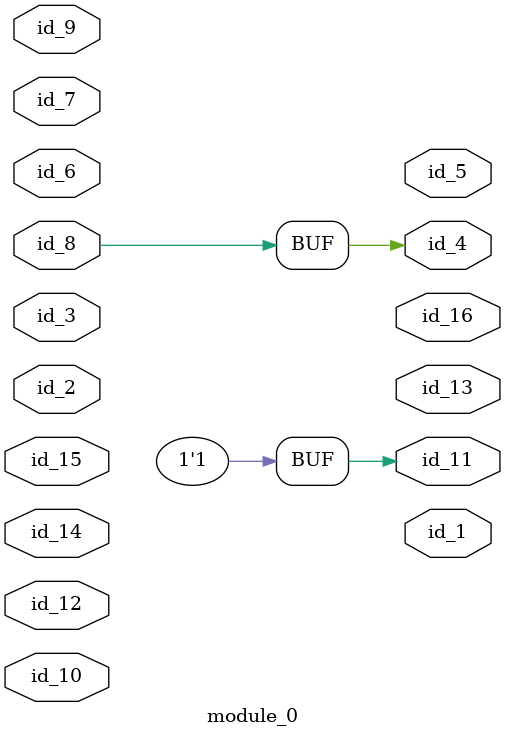
<source format=v>
module module_0 (
    id_1,
    id_2,
    id_3,
    id_4,
    id_5,
    id_6,
    id_7,
    id_8,
    id_9,
    id_10,
    id_11,
    id_12,
    id_13,
    id_14,
    id_15,
    id_16
);
  output id_16;
  input id_15;
  inout id_14;
  output id_13;
  inout id_12;
  output id_11;
  inout id_10;
  input id_9;
  input id_8;
  input id_7;
  inout id_6;
  output id_5;
  output id_4;
  inout id_3;
  inout id_2;
  output id_1;
  assign id_11 = 1;
  assign id_4  = id_8;
endmodule

</source>
